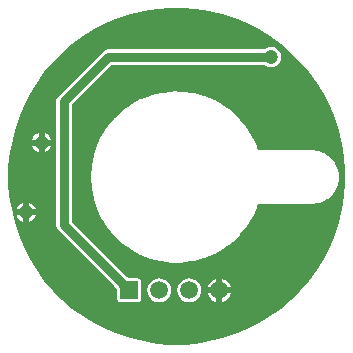
<source format=gbl>
G04 Layer_Physical_Order=2*
G04 Layer_Color=16711680*
%FSLAX25Y25*%
%MOIN*%
G70*
G01*
G75*
%ADD18C,0.02953*%
%ADD20C,0.05905*%
%ADD21R,0.05905X0.05905*%
%ADD22C,0.04724*%
G36*
X155301Y123629D02*
X150949Y122940D01*
X146664Y121911D01*
X142473Y120549D01*
X138402Y118863D01*
X134476Y116862D01*
X130719Y114560D01*
X127154Y111970D01*
X123803Y109108D01*
X120687Y105992D01*
X117825Y102641D01*
X115235Y99076D01*
X112933Y95319D01*
X110933Y91393D01*
X109246Y87322D01*
X107885Y83131D01*
X106856Y78846D01*
X106167Y74494D01*
X105821Y70101D01*
Y67898D01*
Y65694D01*
X106167Y61301D01*
X106856Y56949D01*
X107885Y52664D01*
X109246Y48474D01*
X110933Y44402D01*
X112933Y40476D01*
X115235Y36719D01*
X117825Y33154D01*
X120687Y29803D01*
X123803Y26687D01*
X127154Y23825D01*
X130719Y21235D01*
X134476Y18933D01*
X138402Y16932D01*
X142473Y15246D01*
X146664Y13884D01*
X150949Y12856D01*
X155301Y12166D01*
X159694Y11821D01*
X164101D01*
X168494Y12166D01*
X172846Y12856D01*
X177131Y13884D01*
X181322Y15246D01*
X185393Y16932D01*
X189319Y18933D01*
X193076Y21235D01*
X196641Y23825D01*
X199992Y26687D01*
X203108Y29803D01*
X205970Y33154D01*
X208560Y36719D01*
X210862Y40476D01*
X212863Y44402D01*
X214549Y48473D01*
X215911Y52664D01*
X216940Y56949D01*
X217629Y61301D01*
X217975Y65694D01*
Y67898D01*
Y70101D01*
X217629Y74494D01*
X216940Y78846D01*
X215911Y83131D01*
X214549Y87322D01*
X212863Y91393D01*
X210862Y95319D01*
X208560Y99076D01*
X205970Y102641D01*
X203108Y105992D01*
X199992Y109108D01*
X196641Y111970D01*
X193076Y114560D01*
X189319Y116862D01*
X185393Y118863D01*
X181322Y120549D01*
X177131Y121911D01*
X172846Y122940D01*
X168494Y123629D01*
X164101Y123975D01*
X159694D01*
X155301Y123629D01*
D02*
G37*
%LPC*%
G36*
X177063Y28937D02*
X179936D01*
X179930Y28889D01*
X179532Y27928D01*
X178898Y27102D01*
X178072Y26469D01*
X177111Y26070D01*
X177063Y26064D01*
Y28937D01*
D02*
G37*
G36*
Y33779D02*
X177111Y33772D01*
X178072Y33374D01*
X178898Y32740D01*
X179532Y31915D01*
X179930Y30953D01*
X179936Y30906D01*
X177063D01*
Y33779D01*
D02*
G37*
G36*
X175094Y33779D02*
Y30906D01*
X172222D01*
X172228Y30953D01*
X172626Y31915D01*
X173260Y32740D01*
X174085Y33374D01*
X175047Y33772D01*
X175094Y33779D01*
D02*
G37*
G36*
X172222Y28937D02*
X175094D01*
Y26064D01*
X175047Y26070D01*
X174085Y26469D01*
X173260Y27102D01*
X172626Y27928D01*
X172228Y28889D01*
X172222Y28937D01*
D02*
G37*
G36*
X166079Y33908D02*
X167111Y33772D01*
X168072Y33374D01*
X168898Y32740D01*
X169532Y31915D01*
X169930Y30953D01*
X170066Y29921D01*
X169930Y28889D01*
X169532Y27928D01*
X168898Y27102D01*
X168072Y26469D01*
X167111Y26070D01*
X166079Y25934D01*
X165047Y26070D01*
X164085Y26469D01*
X163260Y27102D01*
X162626Y27928D01*
X162228Y28889D01*
X162092Y29921D01*
X162228Y30953D01*
X162626Y31915D01*
X163260Y32740D01*
X164085Y33374D01*
X165047Y33772D01*
X166079Y33908D01*
D02*
G37*
G36*
X156079D02*
X157111Y33772D01*
X158072Y33374D01*
X158898Y32740D01*
X159531Y31915D01*
X159930Y30953D01*
X160066Y29921D01*
X159930Y28889D01*
X159531Y27928D01*
X158898Y27102D01*
X158072Y26469D01*
X157111Y26070D01*
X156079Y25934D01*
X155047Y26070D01*
X154085Y26469D01*
X153260Y27102D01*
X152626Y27928D01*
X152228Y28889D01*
X152092Y29921D01*
X152228Y30953D01*
X152626Y31915D01*
X153260Y32740D01*
X154085Y33374D01*
X155047Y33772D01*
X156079Y33908D01*
D02*
G37*
G36*
X193441Y111068D02*
X194319Y110953D01*
X195137Y110614D01*
X195839Y110075D01*
X196378Y109373D01*
X196717Y108555D01*
X196832Y107677D01*
X196717Y106799D01*
X196378Y105982D01*
X195839Y105279D01*
X195137Y104740D01*
X194319Y104402D01*
X193441Y104286D01*
X192563Y104402D01*
X191745Y104740D01*
X191208Y105152D01*
X140156D01*
X126871Y91868D01*
Y52699D01*
X144424Y35147D01*
X144977Y34633D01*
X145444Y34259D01*
X145860Y33969D01*
X145991Y33894D01*
X149031D01*
X149422Y33816D01*
X149752Y33595D01*
X149973Y33264D01*
X150051Y32874D01*
Y26969D01*
X149973Y26578D01*
X149752Y26248D01*
X149422Y26026D01*
X149031Y25949D01*
X143126D01*
X142736Y26026D01*
X142405Y26248D01*
X142184Y26578D01*
X142106Y26969D01*
Y30009D01*
X142031Y30140D01*
X141749Y30545D01*
X140998Y31431D01*
X122561Y49868D01*
X122014Y50687D01*
X121822Y51653D01*
Y92913D01*
X122014Y93880D01*
X122561Y94699D01*
X137325Y109462D01*
X138144Y110010D01*
X139110Y110202D01*
X191208D01*
X191745Y110614D01*
X192563Y110953D01*
X193441Y111068D01*
D02*
G37*
G36*
X112732Y54921D02*
X114980D01*
X114685Y54210D01*
X114146Y53508D01*
X113444Y52969D01*
X112732Y52674D01*
Y54921D01*
D02*
G37*
G36*
X160555Y96197D02*
X163789Y96164D01*
X163975Y96138D01*
X164164Y96136D01*
X167368Y95696D01*
X167550Y95647D01*
X167737Y95622D01*
X170860Y94781D01*
X171034Y94709D01*
X171217Y94660D01*
X174209Y93433D01*
X174372Y93339D01*
X174547Y93268D01*
X177360Y91672D01*
X177511Y91559D01*
X177675Y91466D01*
X180265Y89529D01*
X180400Y89397D01*
X180551Y89285D01*
X182876Y87036D01*
X182993Y86888D01*
X183129Y86758D01*
X185152Y84234D01*
X185249Y84073D01*
X185368Y83926D01*
X187056Y81167D01*
X187132Y80995D01*
X187232Y80834D01*
X188558Y77885D01*
X188612Y77704D01*
X188690Y77532D01*
X188991Y76548D01*
X207161D01*
X207316Y76527D01*
X207472Y76531D01*
X208700Y76402D01*
X209003Y76330D01*
X209309Y76273D01*
X210483Y75892D01*
X210765Y75757D01*
X211052Y75638D01*
X212122Y75021D01*
X212368Y74831D01*
X212625Y74655D01*
X213543Y73829D01*
X213745Y73592D01*
X213959Y73366D01*
X214685Y72367D01*
X214833Y72094D01*
X214996Y71828D01*
X215498Y70700D01*
X215587Y70402D01*
X215691Y70108D01*
X215948Y68901D01*
X215972Y68590D01*
X216013Y68281D01*
Y67047D01*
X215972Y66738D01*
X215948Y66428D01*
X215691Y65220D01*
X215587Y64926D01*
X215498Y64628D01*
X214996Y63500D01*
X214833Y63234D01*
X214685Y62961D01*
X213959Y61962D01*
X213745Y61736D01*
X213543Y61499D01*
X212625Y60673D01*
X212368Y60497D01*
X212121Y60307D01*
X211052Y59690D01*
X210765Y59571D01*
X210483Y59437D01*
X209309Y59055D01*
X209003Y58998D01*
X208700Y58926D01*
X207472Y58797D01*
X207316Y58801D01*
X207161Y58780D01*
X188990D01*
X188690Y57796D01*
X188612Y57625D01*
X188558Y57444D01*
X187232Y54494D01*
X187132Y54334D01*
X187056Y54161D01*
X185368Y51402D01*
X185249Y51256D01*
X185152Y51094D01*
X183129Y48570D01*
X182993Y48440D01*
X182876Y48292D01*
X180552Y46043D01*
X180400Y45931D01*
X180265Y45799D01*
X177675Y43862D01*
X177511Y43769D01*
X177360Y43656D01*
X174547Y42060D01*
X174372Y41989D01*
X174209Y41896D01*
X171217Y40668D01*
X171034Y40620D01*
X170860Y40547D01*
X167737Y39706D01*
X167550Y39682D01*
X167368Y39632D01*
X164164Y39192D01*
X163975Y39191D01*
X163789Y39164D01*
X160555Y39132D01*
X160367Y39154D01*
X160179Y39152D01*
X156966Y39527D01*
X156784Y39574D01*
X156596Y39595D01*
X153457Y40373D01*
X153281Y40441D01*
X153098Y40486D01*
X150082Y41654D01*
X149916Y41744D01*
X149740Y41811D01*
X146896Y43350D01*
X146743Y43461D01*
X146576Y43550D01*
X143948Y45435D01*
X143811Y45564D01*
X143657Y45673D01*
X141288Y47875D01*
X141168Y48020D01*
X141029Y48148D01*
X138956Y50631D01*
X138856Y50790D01*
X138734Y50934D01*
X136991Y53659D01*
X136911Y53830D01*
X136809Y53988D01*
X135424Y56911D01*
X135366Y57090D01*
X135284Y57260D01*
X134279Y60334D01*
X134244Y60520D01*
X134184Y60699D01*
X133574Y63875D01*
X133563Y64063D01*
X133527Y64248D01*
X133323Y67476D01*
X133335Y67664D01*
X133323Y67852D01*
X133527Y71080D01*
X133563Y71265D01*
X133575Y71453D01*
X134184Y74630D01*
X134244Y74809D01*
X134279Y74994D01*
X135284Y78068D01*
X135366Y78238D01*
X135424Y78417D01*
X136809Y81340D01*
X136911Y81498D01*
X136991Y81669D01*
X138734Y84394D01*
X138856Y84538D01*
X138956Y84697D01*
X141029Y87180D01*
X141168Y87308D01*
X141288Y87453D01*
X143657Y89655D01*
X143811Y89764D01*
X143948Y89893D01*
X146576Y91778D01*
X146743Y91867D01*
X146896Y91978D01*
X149740Y93517D01*
X149916Y93584D01*
X150082Y93675D01*
X153098Y94842D01*
X153281Y94887D01*
X153457Y94956D01*
X156596Y95734D01*
X156784Y95755D01*
X156966Y95801D01*
X160179Y96176D01*
X160367Y96174D01*
X160555Y96197D01*
D02*
G37*
G36*
X113635Y78150D02*
X115882D01*
Y75902D01*
X115171Y76197D01*
X114468Y76736D01*
X113929Y77438D01*
X113635Y78150D01*
D02*
G37*
G36*
X115882Y82365D02*
Y80118D01*
X113635D01*
X113929Y80830D01*
X114468Y81532D01*
X115171Y82071D01*
X115882Y82365D01*
D02*
G37*
G36*
X117850D02*
X118562Y82071D01*
X119264Y81532D01*
X119803Y80830D01*
X120098Y80118D01*
X117850D01*
Y82365D01*
D02*
G37*
G36*
Y78150D02*
X120098D01*
X119803Y77438D01*
X119264Y76736D01*
X118562Y76197D01*
X117850Y75902D01*
Y78150D01*
D02*
G37*
G36*
X108517Y54921D02*
X110764D01*
Y52674D01*
X110052Y52969D01*
X109350Y53508D01*
X108811Y54210D01*
X108517Y54921D01*
D02*
G37*
G36*
X112732Y59137D02*
X113444Y58842D01*
X114146Y58303D01*
X114685Y57601D01*
X114980Y56890D01*
X112732D01*
Y59137D01*
D02*
G37*
G36*
X110764D02*
Y56890D01*
X108517D01*
X108811Y57601D01*
X109350Y58303D01*
X110052Y58842D01*
X110764Y59137D01*
D02*
G37*
%LPD*%
G36*
X141051Y32861D02*
X141637Y32254D01*
X142558Y31167D01*
X142893Y30687D01*
X143145Y30248D01*
X143313Y29851D01*
X143398Y29497D01*
X143399Y29184D01*
X143317Y28914D01*
X143151Y28685D01*
X147315Y32849D01*
X147086Y32683D01*
X146816Y32601D01*
X146503Y32602D01*
X146149Y32687D01*
X145752Y32855D01*
X145313Y33107D01*
X144833Y33442D01*
X144310Y33861D01*
X143139Y34949D01*
X141051Y32861D01*
D02*
G37*
D18*
X193441Y107677D02*
X139110D01*
X124346Y51653D02*
Y92913D01*
X146079Y29921D02*
X124346Y51653D01*
X139110Y107677D02*
X124346Y92913D01*
D20*
X176079Y29921D02*
D03*
X166079D02*
D03*
X156079D02*
D03*
D21*
X146079D02*
D03*
D22*
X193441Y107677D02*
D03*
X116866Y79134D02*
D03*
X111748Y55905D02*
D03*
M02*

</source>
